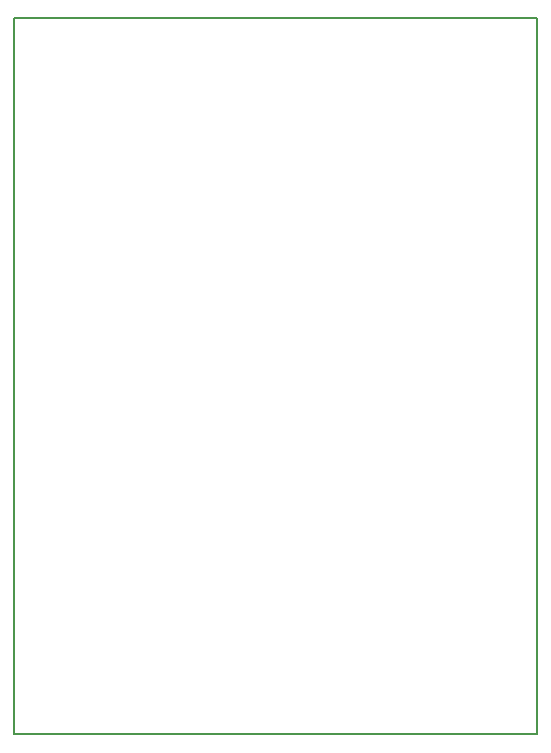
<source format=gbr>
G04 DipTrace 3.1.0.1*
G04 BoardOutline.gbr*
%MOIN*%
G04 #@! TF.FileFunction,Profile*
G04 #@! TF.Part,Single*
%ADD11C,0.006*%
%FSLAX26Y26*%
G04*
G70*
G90*
G75*
G01*
G04 BoardOutline*
%LPD*%
X394000Y2779684D2*
D11*
X2136584D1*
Y394000D1*
X394000D1*
Y2779684D1*
M02*

</source>
